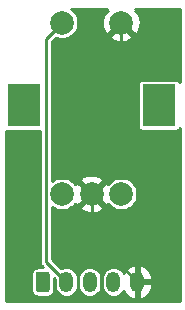
<source format=gbl>
G04 #@! TF.GenerationSoftware,KiCad,Pcbnew,(5.1.9)-1*
G04 #@! TF.CreationDate,2021-05-18T23:01:19-05:00*
G04 #@! TF.ProjectId,Encoder,456e636f-6465-4722-9e6b-696361645f70,rev?*
G04 #@! TF.SameCoordinates,Original*
G04 #@! TF.FileFunction,Copper,L2,Bot*
G04 #@! TF.FilePolarity,Positive*
%FSLAX46Y46*%
G04 Gerber Fmt 4.6, Leading zero omitted, Abs format (unit mm)*
G04 Created by KiCad (PCBNEW (5.1.9)-1) date 2021-05-18 23:01:19*
%MOMM*%
%LPD*%
G01*
G04 APERTURE LIST*
G04 #@! TA.AperFunction,ComponentPad*
%ADD10C,2.000000*%
G04 #@! TD*
G04 #@! TA.AperFunction,ComponentPad*
%ADD11R,2.800000X3.600000*%
G04 #@! TD*
G04 #@! TA.AperFunction,ComponentPad*
%ADD12O,1.200000X1.750000*%
G04 #@! TD*
G04 #@! TA.AperFunction,Conductor*
%ADD13C,0.254000*%
G04 #@! TD*
G04 #@! TA.AperFunction,Conductor*
%ADD14C,0.100000*%
G04 #@! TD*
G04 APERTURE END LIST*
D10*
X145650000Y-108550000D03*
X143150000Y-108550000D03*
X140650000Y-108550000D03*
X145650000Y-94050000D03*
X140650000Y-94050000D03*
D11*
X148850000Y-101050000D03*
X137450000Y-101050000D03*
D12*
X147000000Y-116000000D03*
X145000000Y-116000000D03*
X143000000Y-116000000D03*
X141000000Y-116000000D03*
G04 #@! TA.AperFunction,ComponentPad*
G36*
G01*
X138400000Y-116625001D02*
X138400000Y-115374999D01*
G75*
G02*
X138649999Y-115125000I249999J0D01*
G01*
X139350001Y-115125000D01*
G75*
G02*
X139600000Y-115374999I0J-249999D01*
G01*
X139600000Y-116625001D01*
G75*
G02*
X139350001Y-116875000I-249999J0D01*
G01*
X138649999Y-116875000D01*
G75*
G02*
X138400000Y-116625001I0J249999D01*
G01*
G37*
G04 #@! TD.AperFunction*
D13*
X145650000Y-106050000D02*
X143150000Y-108550000D01*
X145650000Y-94050000D02*
X145650000Y-106050000D01*
X143150000Y-112150000D02*
X147000000Y-116000000D01*
X143150000Y-108550000D02*
X143150000Y-112150000D01*
X139268999Y-114268999D02*
X141000000Y-116000000D01*
X139268999Y-95431001D02*
X139268999Y-114268999D01*
X140650000Y-94050000D02*
X139268999Y-95431001D01*
X144398917Y-92978525D02*
X144514585Y-93094193D01*
X144250186Y-93189956D01*
X144109296Y-93479571D01*
X144027616Y-93791108D01*
X144008282Y-94112595D01*
X144052039Y-94431675D01*
X144157205Y-94736088D01*
X144250186Y-94910044D01*
X144514587Y-95005808D01*
X145470395Y-94050000D01*
X145456253Y-94035858D01*
X145635858Y-93856253D01*
X145650000Y-93870395D01*
X145664143Y-93856253D01*
X145843748Y-94035858D01*
X145829605Y-94050000D01*
X146785413Y-95005808D01*
X147049814Y-94910044D01*
X147190704Y-94620429D01*
X147272384Y-94308892D01*
X147291718Y-93987405D01*
X147247961Y-93668325D01*
X147142795Y-93363912D01*
X147049814Y-93189956D01*
X146785415Y-93094193D01*
X146901083Y-92978525D01*
X146816258Y-92893700D01*
X150606300Y-92893700D01*
X150606300Y-99112061D01*
X150603701Y-99103492D01*
X150568322Y-99037304D01*
X150520711Y-98979289D01*
X150462696Y-98931678D01*
X150396508Y-98896299D01*
X150324689Y-98874513D01*
X150250000Y-98867157D01*
X147450000Y-98867157D01*
X147375311Y-98874513D01*
X147303492Y-98896299D01*
X147237304Y-98931678D01*
X147179289Y-98979289D01*
X147131678Y-99037304D01*
X147096299Y-99103492D01*
X147074513Y-99175311D01*
X147067157Y-99250000D01*
X147067157Y-102850000D01*
X147074513Y-102924689D01*
X147096299Y-102996508D01*
X147131678Y-103062696D01*
X147179289Y-103120711D01*
X147237304Y-103168322D01*
X147303492Y-103203701D01*
X147375311Y-103225487D01*
X147450000Y-103232843D01*
X150250000Y-103232843D01*
X150324689Y-103225487D01*
X150396508Y-103203701D01*
X150462696Y-103168322D01*
X150520711Y-103120711D01*
X150568322Y-103062696D01*
X150603701Y-102996508D01*
X150606300Y-102987939D01*
X150606301Y-117606300D01*
X135893700Y-117606300D01*
X135893700Y-103198467D01*
X135903492Y-103203701D01*
X135975311Y-103225487D01*
X136050000Y-103232843D01*
X138760999Y-103232843D01*
X138761000Y-114244045D01*
X138758542Y-114268999D01*
X138768351Y-114368583D01*
X138797399Y-114464342D01*
X138844570Y-114552594D01*
X138892149Y-114610569D01*
X138908052Y-114629947D01*
X138927429Y-114645849D01*
X139023737Y-114742157D01*
X138649999Y-114742157D01*
X138526538Y-114754317D01*
X138407821Y-114790329D01*
X138298411Y-114848810D01*
X138202512Y-114927512D01*
X138123810Y-115023411D01*
X138065329Y-115132821D01*
X138029317Y-115251538D01*
X138017157Y-115374999D01*
X138017157Y-116625001D01*
X138029317Y-116748462D01*
X138065329Y-116867179D01*
X138123810Y-116976589D01*
X138202512Y-117072488D01*
X138298411Y-117151190D01*
X138407821Y-117209671D01*
X138526538Y-117245683D01*
X138649999Y-117257843D01*
X139350001Y-117257843D01*
X139473462Y-117245683D01*
X139592179Y-117209671D01*
X139701589Y-117151190D01*
X139797488Y-117072488D01*
X139876190Y-116976589D01*
X139934671Y-116867179D01*
X139970683Y-116748462D01*
X139982843Y-116625001D01*
X139982843Y-115701264D01*
X140019000Y-115737421D01*
X140019000Y-116323187D01*
X140033195Y-116467310D01*
X140089289Y-116652229D01*
X140180383Y-116822651D01*
X140302973Y-116972028D01*
X140452350Y-117094618D01*
X140622772Y-117185711D01*
X140807691Y-117241805D01*
X141000000Y-117260746D01*
X141192310Y-117241805D01*
X141377229Y-117185711D01*
X141547651Y-117094618D01*
X141697028Y-116972028D01*
X141819618Y-116822651D01*
X141910711Y-116652229D01*
X141966805Y-116467309D01*
X141981000Y-116323186D01*
X141981000Y-115676814D01*
X142019000Y-115676814D01*
X142019000Y-116323187D01*
X142033195Y-116467310D01*
X142089289Y-116652229D01*
X142180383Y-116822651D01*
X142302973Y-116972028D01*
X142452350Y-117094618D01*
X142622772Y-117185711D01*
X142807691Y-117241805D01*
X143000000Y-117260746D01*
X143192310Y-117241805D01*
X143377229Y-117185711D01*
X143547651Y-117094618D01*
X143697028Y-116972028D01*
X143819618Y-116822651D01*
X143910711Y-116652229D01*
X143966805Y-116467309D01*
X143981000Y-116323186D01*
X143981000Y-115676814D01*
X144019000Y-115676814D01*
X144019000Y-116323187D01*
X144033195Y-116467310D01*
X144089289Y-116652229D01*
X144180383Y-116822651D01*
X144302973Y-116972028D01*
X144452350Y-117094618D01*
X144622772Y-117185711D01*
X144807691Y-117241805D01*
X145000000Y-117260746D01*
X145192310Y-117241805D01*
X145377229Y-117185711D01*
X145547651Y-117094618D01*
X145697028Y-116972028D01*
X145819618Y-116822651D01*
X145858993Y-116748986D01*
X145907610Y-116864946D01*
X146043693Y-117066725D01*
X146216526Y-117238078D01*
X146419467Y-117372421D01*
X146644718Y-117464591D01*
X146682391Y-117468462D01*
X146873000Y-117343731D01*
X146873000Y-116127000D01*
X147127000Y-116127000D01*
X147127000Y-117343731D01*
X147317609Y-117468462D01*
X147355282Y-117464591D01*
X147580533Y-117372421D01*
X147783474Y-117238078D01*
X147956307Y-117066725D01*
X148092390Y-116864946D01*
X148186493Y-116640496D01*
X148235000Y-116402000D01*
X148235000Y-116127000D01*
X147127000Y-116127000D01*
X146873000Y-116127000D01*
X146853000Y-116127000D01*
X146853000Y-115873000D01*
X146873000Y-115873000D01*
X146873000Y-114656269D01*
X147127000Y-114656269D01*
X147127000Y-115873000D01*
X148235000Y-115873000D01*
X148235000Y-115598000D01*
X148186493Y-115359504D01*
X148092390Y-115135054D01*
X147956307Y-114933275D01*
X147783474Y-114761922D01*
X147580533Y-114627579D01*
X147355282Y-114535409D01*
X147317609Y-114531538D01*
X147127000Y-114656269D01*
X146873000Y-114656269D01*
X146682391Y-114531538D01*
X146644718Y-114535409D01*
X146419467Y-114627579D01*
X146216526Y-114761922D01*
X146043693Y-114933275D01*
X145907610Y-115135054D01*
X145858993Y-115251014D01*
X145819618Y-115177349D01*
X145697028Y-115027972D01*
X145547651Y-114905382D01*
X145377228Y-114814289D01*
X145192309Y-114758195D01*
X145000000Y-114739254D01*
X144807690Y-114758195D01*
X144622771Y-114814289D01*
X144452349Y-114905382D01*
X144302972Y-115027972D01*
X144180382Y-115177349D01*
X144089289Y-115347772D01*
X144033195Y-115532691D01*
X144019000Y-115676814D01*
X143981000Y-115676814D01*
X143981000Y-115676813D01*
X143966805Y-115532690D01*
X143910711Y-115347771D01*
X143819618Y-115177349D01*
X143697028Y-115027972D01*
X143547651Y-114905382D01*
X143377228Y-114814289D01*
X143192309Y-114758195D01*
X143000000Y-114739254D01*
X142807690Y-114758195D01*
X142622771Y-114814289D01*
X142452349Y-114905382D01*
X142302972Y-115027972D01*
X142180382Y-115177349D01*
X142089289Y-115347772D01*
X142033195Y-115532691D01*
X142019000Y-115676814D01*
X141981000Y-115676814D01*
X141981000Y-115676813D01*
X141966805Y-115532690D01*
X141910711Y-115347771D01*
X141819618Y-115177349D01*
X141697028Y-115027972D01*
X141547651Y-114905382D01*
X141377228Y-114814289D01*
X141192309Y-114758195D01*
X141000000Y-114739254D01*
X140807690Y-114758195D01*
X140622771Y-114814289D01*
X140564080Y-114845660D01*
X139776999Y-114058579D01*
X139776999Y-109627594D01*
X139995851Y-109773826D01*
X140247177Y-109877929D01*
X140513983Y-109931000D01*
X140786017Y-109931000D01*
X141052823Y-109877929D01*
X141304149Y-109773826D01*
X141436468Y-109685413D01*
X142194192Y-109685413D01*
X142289956Y-109949814D01*
X142579571Y-110090704D01*
X142891108Y-110172384D01*
X143212595Y-110191718D01*
X143531675Y-110147961D01*
X143836088Y-110042795D01*
X144010044Y-109949814D01*
X144105808Y-109685413D01*
X143150000Y-108729605D01*
X142194192Y-109685413D01*
X141436468Y-109685413D01*
X141530336Y-109622693D01*
X141722693Y-109430336D01*
X141743993Y-109398458D01*
X141750186Y-109410044D01*
X142014587Y-109505808D01*
X142970395Y-108550000D01*
X143329605Y-108550000D01*
X144285413Y-109505808D01*
X144549814Y-109410044D01*
X144555685Y-109397976D01*
X144577307Y-109430336D01*
X144769664Y-109622693D01*
X144995851Y-109773826D01*
X145247177Y-109877929D01*
X145513983Y-109931000D01*
X145786017Y-109931000D01*
X146052823Y-109877929D01*
X146304149Y-109773826D01*
X146530336Y-109622693D01*
X146722693Y-109430336D01*
X146873826Y-109204149D01*
X146977929Y-108952823D01*
X147031000Y-108686017D01*
X147031000Y-108413983D01*
X146977929Y-108147177D01*
X146873826Y-107895851D01*
X146722693Y-107669664D01*
X146530336Y-107477307D01*
X146304149Y-107326174D01*
X146052823Y-107222071D01*
X145786017Y-107169000D01*
X145513983Y-107169000D01*
X145247177Y-107222071D01*
X144995851Y-107326174D01*
X144769664Y-107477307D01*
X144577307Y-107669664D01*
X144556007Y-107701542D01*
X144549814Y-107689956D01*
X144285413Y-107594192D01*
X143329605Y-108550000D01*
X142970395Y-108550000D01*
X142014587Y-107594192D01*
X141750186Y-107689956D01*
X141744315Y-107702024D01*
X141722693Y-107669664D01*
X141530336Y-107477307D01*
X141436469Y-107414587D01*
X142194192Y-107414587D01*
X143150000Y-108370395D01*
X144105808Y-107414587D01*
X144010044Y-107150186D01*
X143720429Y-107009296D01*
X143408892Y-106927616D01*
X143087405Y-106908282D01*
X142768325Y-106952039D01*
X142463912Y-107057205D01*
X142289956Y-107150186D01*
X142194192Y-107414587D01*
X141436469Y-107414587D01*
X141304149Y-107326174D01*
X141052823Y-107222071D01*
X140786017Y-107169000D01*
X140513983Y-107169000D01*
X140247177Y-107222071D01*
X139995851Y-107326174D01*
X139776999Y-107472406D01*
X139776999Y-95641421D01*
X140101028Y-95317392D01*
X140247177Y-95377929D01*
X140513983Y-95431000D01*
X140786017Y-95431000D01*
X141052823Y-95377929D01*
X141304149Y-95273826D01*
X141436468Y-95185413D01*
X144694192Y-95185413D01*
X144789956Y-95449814D01*
X145079571Y-95590704D01*
X145391108Y-95672384D01*
X145712595Y-95691718D01*
X146031675Y-95647961D01*
X146336088Y-95542795D01*
X146510044Y-95449814D01*
X146605808Y-95185413D01*
X145650000Y-94229605D01*
X144694192Y-95185413D01*
X141436468Y-95185413D01*
X141530336Y-95122693D01*
X141722693Y-94930336D01*
X141873826Y-94704149D01*
X141977929Y-94452823D01*
X142031000Y-94186017D01*
X142031000Y-93913983D01*
X141977929Y-93647177D01*
X141873826Y-93395851D01*
X141722693Y-93169664D01*
X141530336Y-92977307D01*
X141405209Y-92893700D01*
X144483742Y-92893700D01*
X144398917Y-92978525D01*
G04 #@! TA.AperFunction,Conductor*
D14*
G36*
X144398917Y-92978525D02*
G01*
X144514585Y-93094193D01*
X144250186Y-93189956D01*
X144109296Y-93479571D01*
X144027616Y-93791108D01*
X144008282Y-94112595D01*
X144052039Y-94431675D01*
X144157205Y-94736088D01*
X144250186Y-94910044D01*
X144514587Y-95005808D01*
X145470395Y-94050000D01*
X145456253Y-94035858D01*
X145635858Y-93856253D01*
X145650000Y-93870395D01*
X145664143Y-93856253D01*
X145843748Y-94035858D01*
X145829605Y-94050000D01*
X146785413Y-95005808D01*
X147049814Y-94910044D01*
X147190704Y-94620429D01*
X147272384Y-94308892D01*
X147291718Y-93987405D01*
X147247961Y-93668325D01*
X147142795Y-93363912D01*
X147049814Y-93189956D01*
X146785415Y-93094193D01*
X146901083Y-92978525D01*
X146816258Y-92893700D01*
X150606300Y-92893700D01*
X150606300Y-99112061D01*
X150603701Y-99103492D01*
X150568322Y-99037304D01*
X150520711Y-98979289D01*
X150462696Y-98931678D01*
X150396508Y-98896299D01*
X150324689Y-98874513D01*
X150250000Y-98867157D01*
X147450000Y-98867157D01*
X147375311Y-98874513D01*
X147303492Y-98896299D01*
X147237304Y-98931678D01*
X147179289Y-98979289D01*
X147131678Y-99037304D01*
X147096299Y-99103492D01*
X147074513Y-99175311D01*
X147067157Y-99250000D01*
X147067157Y-102850000D01*
X147074513Y-102924689D01*
X147096299Y-102996508D01*
X147131678Y-103062696D01*
X147179289Y-103120711D01*
X147237304Y-103168322D01*
X147303492Y-103203701D01*
X147375311Y-103225487D01*
X147450000Y-103232843D01*
X150250000Y-103232843D01*
X150324689Y-103225487D01*
X150396508Y-103203701D01*
X150462696Y-103168322D01*
X150520711Y-103120711D01*
X150568322Y-103062696D01*
X150603701Y-102996508D01*
X150606300Y-102987939D01*
X150606301Y-117606300D01*
X135893700Y-117606300D01*
X135893700Y-103198467D01*
X135903492Y-103203701D01*
X135975311Y-103225487D01*
X136050000Y-103232843D01*
X138760999Y-103232843D01*
X138761000Y-114244045D01*
X138758542Y-114268999D01*
X138768351Y-114368583D01*
X138797399Y-114464342D01*
X138844570Y-114552594D01*
X138892149Y-114610569D01*
X138908052Y-114629947D01*
X138927429Y-114645849D01*
X139023737Y-114742157D01*
X138649999Y-114742157D01*
X138526538Y-114754317D01*
X138407821Y-114790329D01*
X138298411Y-114848810D01*
X138202512Y-114927512D01*
X138123810Y-115023411D01*
X138065329Y-115132821D01*
X138029317Y-115251538D01*
X138017157Y-115374999D01*
X138017157Y-116625001D01*
X138029317Y-116748462D01*
X138065329Y-116867179D01*
X138123810Y-116976589D01*
X138202512Y-117072488D01*
X138298411Y-117151190D01*
X138407821Y-117209671D01*
X138526538Y-117245683D01*
X138649999Y-117257843D01*
X139350001Y-117257843D01*
X139473462Y-117245683D01*
X139592179Y-117209671D01*
X139701589Y-117151190D01*
X139797488Y-117072488D01*
X139876190Y-116976589D01*
X139934671Y-116867179D01*
X139970683Y-116748462D01*
X139982843Y-116625001D01*
X139982843Y-115701264D01*
X140019000Y-115737421D01*
X140019000Y-116323187D01*
X140033195Y-116467310D01*
X140089289Y-116652229D01*
X140180383Y-116822651D01*
X140302973Y-116972028D01*
X140452350Y-117094618D01*
X140622772Y-117185711D01*
X140807691Y-117241805D01*
X141000000Y-117260746D01*
X141192310Y-117241805D01*
X141377229Y-117185711D01*
X141547651Y-117094618D01*
X141697028Y-116972028D01*
X141819618Y-116822651D01*
X141910711Y-116652229D01*
X141966805Y-116467309D01*
X141981000Y-116323186D01*
X141981000Y-115676814D01*
X142019000Y-115676814D01*
X142019000Y-116323187D01*
X142033195Y-116467310D01*
X142089289Y-116652229D01*
X142180383Y-116822651D01*
X142302973Y-116972028D01*
X142452350Y-117094618D01*
X142622772Y-117185711D01*
X142807691Y-117241805D01*
X143000000Y-117260746D01*
X143192310Y-117241805D01*
X143377229Y-117185711D01*
X143547651Y-117094618D01*
X143697028Y-116972028D01*
X143819618Y-116822651D01*
X143910711Y-116652229D01*
X143966805Y-116467309D01*
X143981000Y-116323186D01*
X143981000Y-115676814D01*
X144019000Y-115676814D01*
X144019000Y-116323187D01*
X144033195Y-116467310D01*
X144089289Y-116652229D01*
X144180383Y-116822651D01*
X144302973Y-116972028D01*
X144452350Y-117094618D01*
X144622772Y-117185711D01*
X144807691Y-117241805D01*
X145000000Y-117260746D01*
X145192310Y-117241805D01*
X145377229Y-117185711D01*
X145547651Y-117094618D01*
X145697028Y-116972028D01*
X145819618Y-116822651D01*
X145858993Y-116748986D01*
X145907610Y-116864946D01*
X146043693Y-117066725D01*
X146216526Y-117238078D01*
X146419467Y-117372421D01*
X146644718Y-117464591D01*
X146682391Y-117468462D01*
X146873000Y-117343731D01*
X146873000Y-116127000D01*
X147127000Y-116127000D01*
X147127000Y-117343731D01*
X147317609Y-117468462D01*
X147355282Y-117464591D01*
X147580533Y-117372421D01*
X147783474Y-117238078D01*
X147956307Y-117066725D01*
X148092390Y-116864946D01*
X148186493Y-116640496D01*
X148235000Y-116402000D01*
X148235000Y-116127000D01*
X147127000Y-116127000D01*
X146873000Y-116127000D01*
X146853000Y-116127000D01*
X146853000Y-115873000D01*
X146873000Y-115873000D01*
X146873000Y-114656269D01*
X147127000Y-114656269D01*
X147127000Y-115873000D01*
X148235000Y-115873000D01*
X148235000Y-115598000D01*
X148186493Y-115359504D01*
X148092390Y-115135054D01*
X147956307Y-114933275D01*
X147783474Y-114761922D01*
X147580533Y-114627579D01*
X147355282Y-114535409D01*
X147317609Y-114531538D01*
X147127000Y-114656269D01*
X146873000Y-114656269D01*
X146682391Y-114531538D01*
X146644718Y-114535409D01*
X146419467Y-114627579D01*
X146216526Y-114761922D01*
X146043693Y-114933275D01*
X145907610Y-115135054D01*
X145858993Y-115251014D01*
X145819618Y-115177349D01*
X145697028Y-115027972D01*
X145547651Y-114905382D01*
X145377228Y-114814289D01*
X145192309Y-114758195D01*
X145000000Y-114739254D01*
X144807690Y-114758195D01*
X144622771Y-114814289D01*
X144452349Y-114905382D01*
X144302972Y-115027972D01*
X144180382Y-115177349D01*
X144089289Y-115347772D01*
X144033195Y-115532691D01*
X144019000Y-115676814D01*
X143981000Y-115676814D01*
X143981000Y-115676813D01*
X143966805Y-115532690D01*
X143910711Y-115347771D01*
X143819618Y-115177349D01*
X143697028Y-115027972D01*
X143547651Y-114905382D01*
X143377228Y-114814289D01*
X143192309Y-114758195D01*
X143000000Y-114739254D01*
X142807690Y-114758195D01*
X142622771Y-114814289D01*
X142452349Y-114905382D01*
X142302972Y-115027972D01*
X142180382Y-115177349D01*
X142089289Y-115347772D01*
X142033195Y-115532691D01*
X142019000Y-115676814D01*
X141981000Y-115676814D01*
X141981000Y-115676813D01*
X141966805Y-115532690D01*
X141910711Y-115347771D01*
X141819618Y-115177349D01*
X141697028Y-115027972D01*
X141547651Y-114905382D01*
X141377228Y-114814289D01*
X141192309Y-114758195D01*
X141000000Y-114739254D01*
X140807690Y-114758195D01*
X140622771Y-114814289D01*
X140564080Y-114845660D01*
X139776999Y-114058579D01*
X139776999Y-109627594D01*
X139995851Y-109773826D01*
X140247177Y-109877929D01*
X140513983Y-109931000D01*
X140786017Y-109931000D01*
X141052823Y-109877929D01*
X141304149Y-109773826D01*
X141436468Y-109685413D01*
X142194192Y-109685413D01*
X142289956Y-109949814D01*
X142579571Y-110090704D01*
X142891108Y-110172384D01*
X143212595Y-110191718D01*
X143531675Y-110147961D01*
X143836088Y-110042795D01*
X144010044Y-109949814D01*
X144105808Y-109685413D01*
X143150000Y-108729605D01*
X142194192Y-109685413D01*
X141436468Y-109685413D01*
X141530336Y-109622693D01*
X141722693Y-109430336D01*
X141743993Y-109398458D01*
X141750186Y-109410044D01*
X142014587Y-109505808D01*
X142970395Y-108550000D01*
X143329605Y-108550000D01*
X144285413Y-109505808D01*
X144549814Y-109410044D01*
X144555685Y-109397976D01*
X144577307Y-109430336D01*
X144769664Y-109622693D01*
X144995851Y-109773826D01*
X145247177Y-109877929D01*
X145513983Y-109931000D01*
X145786017Y-109931000D01*
X146052823Y-109877929D01*
X146304149Y-109773826D01*
X146530336Y-109622693D01*
X146722693Y-109430336D01*
X146873826Y-109204149D01*
X146977929Y-108952823D01*
X147031000Y-108686017D01*
X147031000Y-108413983D01*
X146977929Y-108147177D01*
X146873826Y-107895851D01*
X146722693Y-107669664D01*
X146530336Y-107477307D01*
X146304149Y-107326174D01*
X146052823Y-107222071D01*
X145786017Y-107169000D01*
X145513983Y-107169000D01*
X145247177Y-107222071D01*
X144995851Y-107326174D01*
X144769664Y-107477307D01*
X144577307Y-107669664D01*
X144556007Y-107701542D01*
X144549814Y-107689956D01*
X144285413Y-107594192D01*
X143329605Y-108550000D01*
X142970395Y-108550000D01*
X142014587Y-107594192D01*
X141750186Y-107689956D01*
X141744315Y-107702024D01*
X141722693Y-107669664D01*
X141530336Y-107477307D01*
X141436469Y-107414587D01*
X142194192Y-107414587D01*
X143150000Y-108370395D01*
X144105808Y-107414587D01*
X144010044Y-107150186D01*
X143720429Y-107009296D01*
X143408892Y-106927616D01*
X143087405Y-106908282D01*
X142768325Y-106952039D01*
X142463912Y-107057205D01*
X142289956Y-107150186D01*
X142194192Y-107414587D01*
X141436469Y-107414587D01*
X141304149Y-107326174D01*
X141052823Y-107222071D01*
X140786017Y-107169000D01*
X140513983Y-107169000D01*
X140247177Y-107222071D01*
X139995851Y-107326174D01*
X139776999Y-107472406D01*
X139776999Y-95641421D01*
X140101028Y-95317392D01*
X140247177Y-95377929D01*
X140513983Y-95431000D01*
X140786017Y-95431000D01*
X141052823Y-95377929D01*
X141304149Y-95273826D01*
X141436468Y-95185413D01*
X144694192Y-95185413D01*
X144789956Y-95449814D01*
X145079571Y-95590704D01*
X145391108Y-95672384D01*
X145712595Y-95691718D01*
X146031675Y-95647961D01*
X146336088Y-95542795D01*
X146510044Y-95449814D01*
X146605808Y-95185413D01*
X145650000Y-94229605D01*
X144694192Y-95185413D01*
X141436468Y-95185413D01*
X141530336Y-95122693D01*
X141722693Y-94930336D01*
X141873826Y-94704149D01*
X141977929Y-94452823D01*
X142031000Y-94186017D01*
X142031000Y-93913983D01*
X141977929Y-93647177D01*
X141873826Y-93395851D01*
X141722693Y-93169664D01*
X141530336Y-92977307D01*
X141405209Y-92893700D01*
X144483742Y-92893700D01*
X144398917Y-92978525D01*
G37*
G04 #@! TD.AperFunction*
M02*

</source>
